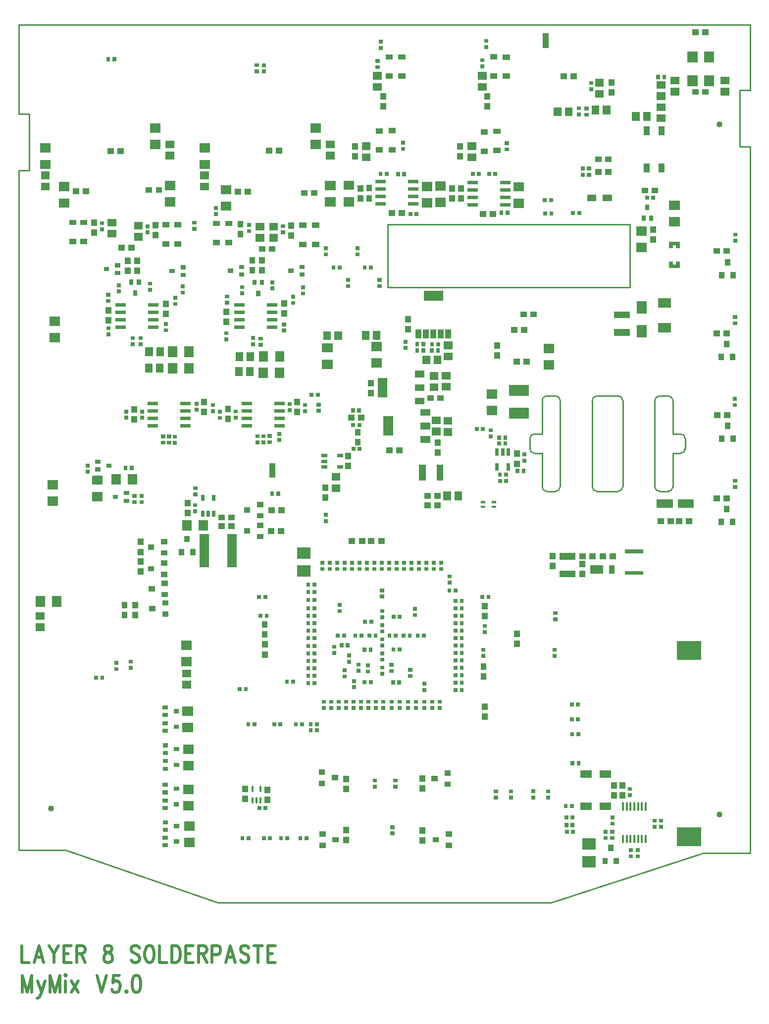
<source format=gbr>
*
*
G04 PADS Layout (Build Number 2006.45.1) generated Gerber (RS-274-X) file*
G04 PC Version=2.1*
*
%IN "MyMix V5.0_01.pcb"*%
*
%MOIN*%
*
%FSLAX35Y35*%
*
*
*
*
G04 PC Standard Apertures*
*
*
G04 Thermal Relief Aperture macro.*
%AMTER*
1,1,$1,0,0*
1,0,$1-$2,0,0*
21,0,$3,$4,0,0,45*
21,0,$3,$4,0,0,135*
%
*
*
G04 Annular Aperture macro.*
%AMANN*
1,1,$1,0,0*
1,0,$2,0,0*
%
*
*
G04 Odd Aperture macro.*
%AMODD*
1,1,$1,0,0*
1,0,$1-0.005,0,0*
%
*
*
G04 PC Custom Aperture Macros*
*
*
*
*
*
*
G04 PC Aperture Table*
*
%ADD010C,0.01*%
%ADD018R,0.04X0.04*%
%ADD019R,0.024X0.024*%
%ADD026R,0.076X0.076*%
%ADD028C,0.012*%
%ADD030C,0.02*%
%ADD037C,0.04*%
%ADD061R,0.036X0.036*%
%ADD070R,0.05X0.05*%
%ADD071R,0.046X0.046*%
%ADD087R,0.0748X0.0748*%
%ADD092R,0.045X0.045*%
%ADD095R,0.02362X0.02362*%
%ADD100R,0.05512X0.05512*%
%ADD112R,0.05118X0.05118*%
%ADD113R,0.03937X0.03937*%
%ADD114R,0.06299X0.06299*%
%ADD119R,0.0689X0.0689*%
%ADD135R,0.02756X0.02756*%
%ADD138R,0.06693X0.06693*%
%ADD153R,0.04528X0.04528*%
%ADD154R,0.065X0.065*%
%ADD159R,0.00394X0.00394*%
%ADD162R,0.12598X0.12598*%
%ADD175R,0.01575X0.01575*%
%ADD178R,0.03543X0.03543*%
%ADD179R,0.05787X0.05787*%
%ADD180R,0.02559X0.02559*%
%ADD185R,0.02512X0.02512*%
%ADD186R,0.06378X0.06378*%
*
*
*
*
G04 PC Copper Outlines (0)*
G04 Layer Name MyMix V5.0_01.pcb - dark (0)*
%LPD*%
*
*
G04 PC Area=_PSI_PAC_SOD-80_001_N162000000M*
G75*
G36*
G01*
X637427Y627123D02*
X644907D01*
Y631454D01*
X642151D01*
Y629486D01*
X640182D01*
Y631454D01*
X637427D01*
Y627123D01*
G37*
G74*
*
*
G04 PC Area=_PSI_PAC_SOD-80_000_N162000000M*
G75*
G36*
G01*
X644907Y644840D02*
X637427D01*
Y640509D01*
X640182D01*
Y642478D01*
X642151D01*
Y640509D01*
X644907D01*
Y644840D01*
G37*
G74*
*
*
G04 PC Copper Outlines (1)*
G04 Layer Name MyMix V5.0_01.pcb - dark (1)*
%LPD*%
*
*
G04 PC Area=Custom_Thermal*
*
G04 PC Custom Flashes*
G04 Layer Name MyMix V5.0_01.pcb - flashes*
%LPD*%
*
*
G04 PC Circuitry*
G04 Layer Name MyMix V5.0_01.pcb - circuitry*
%LPD*%
*
G54D10*
G01X200000Y790551D02*
X692126D01*
Y746600*
X685126*
Y708600*
X692126*
Y233465*
X684094*
X660630*
X558268Y200000*
X333860*
X231500Y235430*
X200000*
Y692600*
X207000*
Y730600*
X200000*
Y790551*
X448300Y614173D02*
X611200D01*
Y656500*
X448300*
Y614173*
X588891Y540912D02*
G75*
G03X585801Y537822I0J-3090D01*
G01X588891Y540912D02*
X603310D01*
X606423Y537799D02*
G03X603310Y540912I-3113J0D01*
G01X606423Y537799D02*
Y479945D01*
X603288Y476810D02*
G03X606423Y479945I0J3135D01*
G01X603288Y476810D02*
X588894D01*
X585801Y479903D02*
G03X588894Y476810I3093J0D01*
G01X585801Y479903D02*
Y537822D01*
X631050Y540912D02*
G03X627950Y537812I-0J-3100D01*
G01Y479901*
G03X631041Y476810I3091J0*
G01X637059*
G03X640159Y479910I-0J3100*
G01Y502360*
X645273*
G03X648373Y505460I-0J3100*
G01Y512262*
G03X645273Y515362I-3100J-0*
G01X640159*
Y537812*
G03X637059Y540912I-3100J0*
G01X631050*
X552065Y479910D02*
G03X555165Y476810I3100J-0D01*
G01X561174*
G03X564274Y479910I-0J3100*
G01Y537812*
G03X561174Y540912I-3100J-0*
G01X555165*
G03X552065Y537812I-0J-3100*
G01Y515362*
X546951*
G03X543851Y512262I-0J-3100*
G01Y505460*
G03X546951Y502360I3100J-0*
G01X552065*
Y479910*
G54D18*
X632484Y695433D02*
Y693433D01*
X622484Y695433D02*
Y693433D01*
Y720433D02*
Y718433D01*
X632484Y720433D02*
Y718433D01*
X488893Y581795D02*
Y583795D01*
X483893Y581795D02*
Y583795D01*
X478893Y581795D02*
Y583795D01*
X473893Y581795D02*
Y583795D01*
X468893Y581795D02*
Y583795D01*
G54D19*
X292500Y602059D02*
X287900D01*
X292500Y597059D02*
X287900D01*
X292500Y592059D02*
X287900D01*
X292500Y587059D02*
X287900D01*
X270500D02*
X265900D01*
X270500Y592059D02*
X265900D01*
X270500Y597059D02*
X265900D01*
X270500Y602059D02*
X265900D01*
X372700D02*
X368100D01*
X372700Y597059D02*
X368100D01*
X372700Y592059D02*
X368100D01*
X372700Y587059D02*
X368100D01*
X350700D02*
X346100D01*
X350700Y592059D02*
X346100D01*
X350700Y597059D02*
X346100D01*
X350700Y602059D02*
X346100D01*
X377500Y535859D02*
X372900D01*
X377500Y530859D02*
X372900D01*
X377500Y525859D02*
X372900D01*
X377500Y520859D02*
X372900D01*
X355500D02*
X350900D01*
X355500Y525859D02*
X350900D01*
X355500Y530859D02*
X350900D01*
X355500Y535859D02*
X350900D01*
X314400D02*
X309800D01*
X314400Y530859D02*
X309800D01*
X314400Y525859D02*
X309800D01*
X314400Y520859D02*
X309800D01*
X292400D02*
X287800D01*
X292400Y525859D02*
X287800D01*
X292400Y530859D02*
X287800D01*
X292400Y535859D02*
X287800D01*
X521740Y501867D02*
Y504467D01*
X525540Y501867D02*
Y504467D01*
X529340Y501867D02*
Y504467D01*
Y491867D02*
Y494467D01*
X521740Y491867D02*
Y494467D01*
X529500Y684459D02*
X524900D01*
X529500Y679459D02*
X524900D01*
X529500Y674459D02*
X524900D01*
X529500Y669459D02*
X524900D01*
X507500D02*
X502900D01*
X507500Y674459D02*
X502900D01*
X507500Y679459D02*
X502900D01*
X507500Y684459D02*
X502900D01*
X467700Y685171D02*
X463100D01*
X467700Y680171D02*
X463100D01*
X467700Y675171D02*
X463100D01*
X467700Y670171D02*
X463100D01*
X445700D02*
X441100D01*
X445700Y675171D02*
X441100D01*
X445700Y680171D02*
X441100D01*
X445700Y685171D02*
X441100D01*
G54D26*
X391032Y423134D02*
X392432D01*
X391032Y435134D02*
X392432D01*
X584240Y239490D02*
X582840D01*
X584240Y227490D02*
X582840D01*
G54D28*
X362400Y270259D02*
Y267459D01*
X359800Y270259D02*
Y267459D01*
X357200Y270259D02*
Y267459D01*
Y277859D02*
Y275059D01*
X362400Y277859D02*
Y275059D01*
X606500Y262359D02*
Y266959D01*
X609100Y262359D02*
Y266959D01*
X611600Y262359D02*
Y266959D01*
X614200Y262359D02*
Y266959D01*
X616800Y262359D02*
Y266959D01*
X619300Y262359D02*
Y266959D01*
X621900Y262359D02*
Y266959D01*
Y240559D02*
Y245159D01*
X619300Y240559D02*
Y245159D01*
X616800Y240559D02*
Y245159D01*
X614200Y240559D02*
Y245159D01*
X611600Y240559D02*
Y245159D01*
X609100Y240559D02*
Y245159D01*
X606500Y240559D02*
Y245159D01*
G54D30*
X202288Y151072D02*
Y139588D01*
Y151072D02*
X205470Y139588D01*
X208652Y151072D02*
X205470Y139588D01*
X208652Y151072D02*
Y139588D01*
X212629Y147244D02*
X215015Y139588D01*
X217402Y147244D02*
X215015Y139588D01*
X214220Y137400*
X214220D02*
X213424Y136307D01*
X212629Y135760*
X212231*
X220981Y151072D02*
Y139588D01*
Y151072D02*
X224163Y139588D01*
X227345Y151072D02*
X224163Y139588D01*
X227345Y151072D02*
Y139588D01*
X230924Y151072D02*
X231322Y150525D01*
X231322D02*
X231720Y151072D01*
X231322Y151619*
X230924Y151072*
X231322Y147244D02*
Y139588D01*
X235299Y147244D02*
X239674Y139588D01*
Y147244D02*
X235299Y139588D01*
X252402Y151072D02*
X255583Y139588D01*
X258765Y151072D02*
X255583Y139588D01*
X267515Y151072D02*
X263538D01*
X263140Y146150*
X263140D02*
X263538Y146697D01*
X264731Y147244*
X265924*
X267118Y146697*
X267913Y145604*
X268311Y143963*
X267913Y142869*
X267515Y141229*
X266720Y140135*
X265527Y139588*
X264333*
X263140Y140135*
X262743Y140682*
X262345Y141775*
X272288Y140682D02*
X271890Y140135D01*
X272288Y139588*
X272686Y140135*
X272288Y140682*
X278652Y151072D02*
X277458Y150525D01*
X277458D02*
X276663Y148885D01*
X276265Y146150*
X276265D02*
Y144510D01*
X276663Y141775*
X276663D02*
X277458Y140135D01*
X278652Y139588*
X279447*
X280640Y140135*
X281436Y141775*
X281436D02*
X281833Y144510D01*
Y146150*
X281833D02*
X281436Y148885D01*
X280640Y150525*
X280640D02*
X279447Y151072D01*
X278652*
X201899Y171136D02*
Y159652D01*
X206672*
X213433Y171136D02*
X210251Y159652D01*
X213433Y171136D02*
X216615Y159652D01*
X211444Y163480D02*
X215422D01*
X220194Y171136D02*
X223376Y165668D01*
Y159652*
X226558Y171136D02*
X223376Y165668D01*
X230138Y171136D02*
Y159652D01*
Y171136D02*
X235308D01*
X230138Y165668D02*
X233319D01*
X230138Y159652D02*
X235308D01*
X238888Y171136D02*
Y159652D01*
Y171136D02*
X242467D01*
X243660Y170589*
X243660D02*
X244058Y170043D01*
X244456Y168949*
Y167855*
X244058Y166761*
X243660Y166214*
X243660D02*
X242467Y165668D01*
X238888*
X241672D02*
X244456Y159652D01*
X259172Y171136D02*
X257979Y170589D01*
X257979D02*
X257581Y169496D01*
Y168402*
X257979Y167308*
X258774Y166761*
X260365Y166214*
X260365D02*
X261558Y165668D01*
X262354Y164574*
X262751Y163480*
Y161839*
X262751D02*
X262354Y160746D01*
X261956Y160199*
X260763Y159652*
X259172*
X257979Y160199*
X257581Y160746*
X257183Y161839*
X257183D02*
Y163480D01*
X257581Y164574*
X258376Y165668*
X259569Y166214*
X259569D02*
X261160Y166761D01*
X261956Y167308*
X262354Y168402*
Y169496*
X261956Y170589*
X261956D02*
X260763Y171136D01*
X259172*
X281047Y169496D02*
X280251Y170589D01*
X280251D02*
X279058Y171136D01*
X277467*
X276274Y170589*
X276274D02*
X275479Y169496D01*
Y168402*
X275876Y167308*
X276274Y166761*
X277069Y166214*
X277069D02*
X279456Y165121D01*
X280251Y164574*
X280649Y164027*
X281047Y162933*
Y161293*
X280251Y160199*
X279058Y159652*
X277467*
X276274Y160199*
X275479Y161293*
X287013Y171136D02*
X286217Y170589D01*
X286217D02*
X285422Y169496D01*
X285024Y168402*
X284626Y166761*
Y164027*
X285024Y162386*
X285422Y161293*
X286217Y160199*
X287013Y159652*
X288604*
X289399Y160199*
X290194Y161293*
X290592Y162386*
X290990Y164027*
Y166761*
X290592Y168402*
X290194Y169496*
X289399Y170589*
X289399D02*
X288604Y171136D01*
X287013*
X294569D02*
Y159652D01*
X299342*
X302922Y171136D02*
Y159652D01*
Y171136D02*
X305706D01*
X306899Y170589*
X306899D02*
X307694Y169496D01*
X308092Y168402*
X308490Y166761*
Y164027*
X308092Y162386*
X307694Y161293*
X306899Y160199*
X305706Y159652*
X302922*
X312069Y171136D02*
Y159652D01*
Y171136D02*
X317240D01*
X312069Y165668D02*
X315251D01*
X312069Y159652D02*
X317240D01*
X320819Y171136D02*
Y159652D01*
Y171136D02*
X324399D01*
X325592Y170589*
X325592D02*
X325990Y170043D01*
X326388Y168949*
Y167855*
X325990Y166761*
X325592Y166214*
X325592D02*
X324399Y165668D01*
X320819*
X323604D02*
X326388Y159652D01*
X329967Y171136D02*
Y159652D01*
Y171136D02*
X333547D01*
X334740Y170589*
X334740D02*
X335138Y170043D01*
X335535Y168949*
Y167308*
X335138Y166214*
X335138D02*
X334740Y165668D01*
X333547Y165121*
X329967*
X342297Y171136D02*
X339115Y159652D01*
X342297Y171136D02*
X345479Y159652D01*
X340308Y163480D02*
X344285D01*
X354626Y169496D02*
X353831Y170589D01*
X353831D02*
X352638Y171136D01*
X351047*
X349854Y170589*
X349854D02*
X349058Y169496D01*
Y168402*
X349456Y167308*
X349854Y166761*
X350649Y166214*
X350649D02*
X353035Y165121D01*
X353831Y164574*
X354229Y164027*
X354626Y162933*
Y161293*
X353831Y160199*
X352638Y159652*
X351047*
X349854Y160199*
X349058Y161293*
X360990Y171136D02*
Y159652D01*
X358206Y171136D02*
X363774D01*
X367354D02*
Y159652D01*
Y171136D02*
X372524D01*
X367354Y165668D02*
X370535D01*
X367354Y159652D02*
X372524D01*
G54D37*
X671604Y723784D03*
Y259404D03*
X221511Y263341D03*
G54D61*
X602104Y227726D02*
Y228326D01*
X594504Y227726D02*
Y228326D01*
X598304Y236526D02*
Y237126D01*
X316913Y435616D02*
Y436216D01*
X309313Y435616D02*
Y436216D01*
X313113Y444416D02*
Y445016D01*
X236800Y657709D02*
X235600D01*
X236800Y644809D02*
X235600D01*
X333500Y657009D02*
X332300D01*
X333500Y644109D02*
X332300D01*
X400300Y655809D02*
X399100D01*
X400300Y642909D02*
X399100D01*
X340600Y644109D02*
X341800D01*
X340600Y657009D02*
X341800D01*
X390400Y642909D02*
X391600D01*
X390400Y655809D02*
X391600D01*
X520179Y769161D02*
X518979D01*
X520179Y756261D02*
X518979D01*
X513700Y718509D02*
X512500D01*
X513700Y705609D02*
X512500D01*
X307500Y656109D02*
X306300D01*
X307500Y643209D02*
X306300D01*
X527379Y756061D02*
X528579D01*
X527379Y768961D02*
X528579D01*
X521100Y706109D02*
X522300D01*
X521100Y719009D02*
X522300D01*
X449733Y768987D02*
X448533D01*
X449733Y756087D02*
X448533D01*
X443100Y719309D02*
X441900D01*
X443100Y706409D02*
X441900D01*
X457133Y756087D02*
X458333D01*
X457133Y768987D02*
X458333D01*
X450500Y706609D02*
X451700D01*
X450500Y719509D02*
X451700D01*
X243000Y644809D02*
X244200D01*
X243000Y657709D02*
X244200D01*
X298300Y643209D02*
X299500D01*
X298300Y656109D02*
X299500D01*
X404000Y238559D02*
X404600D01*
X404000Y246159D02*
X404600D01*
X412800Y242359D02*
X413400D01*
X489600Y246159D02*
X489000D01*
X489600Y238559D02*
X489000D01*
X480800Y242359D02*
X480200D01*
X403500Y280259D02*
X404100D01*
X403500Y287859D02*
X404100D01*
X412300Y284059D02*
X412900D01*
X488800Y287259D02*
X488200D01*
X488800Y279659D02*
X488200D01*
X480000Y283459D02*
X479400D01*
X680229Y455788D02*
Y456388D01*
X672629Y455788D02*
Y456388D01*
X676429Y464588D02*
Y465188D01*
X680729Y511788D02*
Y512388D01*
X673129Y511788D02*
Y512388D01*
X676929Y520588D02*
Y521188D01*
X680229Y566788D02*
Y567388D01*
X672629Y566788D02*
Y567388D01*
X676429Y575588D02*
Y576188D01*
X680729Y621788D02*
Y622388D01*
X673129Y621788D02*
Y622388D01*
X676929Y630588D02*
Y631188D01*
X298800Y401659D02*
X298200D01*
X298800Y394059D02*
X298200D01*
X290000Y397859D02*
X289400D01*
X298400Y414959D02*
X297800D01*
X298400Y407359D02*
X297800D01*
X289600Y411159D02*
X289000D01*
X362629Y453945D02*
X362029D01*
X362629Y446345D02*
X362029D01*
X353829Y450145D02*
X353229D01*
X362629Y467945D02*
X362029D01*
X362629Y460345D02*
X362029D01*
X353829Y464145D02*
X353229D01*
X298000Y442959D02*
X297400D01*
X298000Y435359D02*
X297400D01*
X289200Y439159D02*
X288600D01*
X298000Y428459D02*
X297400D01*
X298000Y420859D02*
X297400D01*
X289200Y424659D02*
X288600D01*
G54D70*
X580350Y264859D02*
X582850D01*
X580350Y286459D02*
X582850D01*
X593350D02*
X595850D01*
X593350Y264859D02*
X595850D01*
G54D71*
X596900Y674200D02*
X595300D01*
X586300D02*
X584700D01*
G54D87*
X539409Y544730D02*
X533504D01*
X539409Y529376D02*
X533504D01*
G54D92*
X474479Y529821D02*
X472479D01*
X474479Y520721D02*
X472479D01*
X474479Y511621D02*
X472479D01*
X470592Y555669D02*
X468592D01*
X470592Y546569D02*
X468592D01*
X470592Y537469D02*
X468592D01*
G54D95*
X331056Y462517D02*
Y460745D01*
X327316Y462517D02*
Y460745D01*
X323576Y462517D02*
Y460745D01*
Y473147D02*
Y471375D01*
X331056Y473147D02*
Y471375D01*
X406371Y493219D02*
X404599D01*
X406371Y496959D02*
X404599D01*
X406371Y500699D02*
X404599D01*
X417001D02*
X415229D01*
X417001Y493219D02*
X415229D01*
G54D100*
X587392Y424203D02*
X590542D01*
G54D112*
X294740Y559265D02*
Y560053D01*
X287260Y559265D02*
Y560053D01*
X355440Y556865D02*
Y557653D01*
X347960Y556865D02*
Y557653D01*
X355740Y567065D02*
Y567853D01*
X348260Y567065D02*
Y567853D01*
X294940Y570265D02*
Y571053D01*
X287460Y570265D02*
Y571053D01*
X325233Y689295D02*
X324445D01*
X325233Y681815D02*
X324445D01*
X409932Y710169D02*
X409144D01*
X409932Y702689D02*
X409144D01*
X362494Y654799D02*
X361706D01*
X362494Y647319D02*
X361706D01*
X371694Y654799D02*
X370906D01*
X371694Y647319D02*
X370906D01*
X407384Y581926D02*
Y581138D01*
X414864Y581926D02*
Y581138D01*
X440734Y581307D02*
Y582095D01*
X433254Y581307D02*
Y582095D01*
X218094Y689295D02*
X217307D01*
X218094Y681815D02*
X217307D01*
X632661Y735287D02*
X631874D01*
X632661Y727807D02*
X631874D01*
X615160Y729353D02*
Y728565D01*
X622640Y729353D02*
Y728565D01*
X495652Y473343D02*
Y474131D01*
X488172Y473343D02*
Y474131D01*
X675471Y753215D02*
X674683D01*
X675471Y745735D02*
X674683D01*
X641971Y753215D02*
X641183D01*
X641971Y745735D02*
X641183D01*
X301974Y710169D02*
X301186D01*
X301974Y702689D02*
X301186D01*
X262794Y657599D02*
X262006D01*
X262794Y650119D02*
X262006D01*
X280694Y655499D02*
X279906D01*
X280694Y648019D02*
X279906D01*
X313347Y354141D02*
X312559D01*
X313347Y346660D02*
X312559D01*
X214663Y392829D02*
X213876D01*
X214663Y385349D02*
X213876D01*
X441612Y756388D02*
X440824D01*
X441612Y748908D02*
X440824D01*
X512217Y756297D02*
X511429D01*
X512217Y748816D02*
X511429D01*
X504433Y701525D02*
X505220D01*
X504433Y709005D02*
X505220D01*
X433230Y701547D02*
X434017D01*
X433230Y709027D02*
X434017D01*
X412978Y478937D02*
X413766D01*
X412978Y486417D02*
X413766D01*
X632661Y750160D02*
X631874D01*
X632661Y742680D02*
X631874D01*
X590269Y744185D02*
X591056D01*
X590269Y751665D02*
X591056D01*
X588060Y733853D02*
Y733065D01*
X595540Y733853D02*
Y733065D01*
X570024Y731812D02*
Y732600D01*
X562543Y731812D02*
Y732600D01*
X487986Y554609D02*
X487198D01*
X487986Y547129D02*
X487198D01*
X488315Y516705D02*
X489103D01*
X488315Y524185D02*
X489103D01*
X481273Y524461D02*
X480485D01*
X481273Y516981D02*
X480485D01*
X478898Y546929D02*
X479686D01*
X478898Y554409D02*
X479686D01*
X488360Y567489D02*
X489148D01*
X488360Y574969D02*
X489148D01*
X474178Y565596D02*
Y564808D01*
X481658Y565596D02*
Y564808D01*
G54D113*
X250500Y650716D02*
Y651109D01*
Y657409D02*
Y657802D01*
X291800Y656202D02*
Y655809D01*
Y649509D02*
Y649116D01*
X298800Y595916D02*
Y596309D01*
Y602609D02*
Y603002D01*
X260100Y591516D02*
Y591909D01*
Y598209D02*
Y598602D01*
X349000Y649616D02*
Y650009D01*
Y656309D02*
Y656702D01*
X383200Y655802D02*
Y655409D01*
Y649109D02*
Y648716D01*
X378500Y596316D02*
Y596709D01*
Y603009D02*
Y603402D01*
X339500Y590616D02*
Y591009D01*
Y597309D02*
Y597702D01*
X245064Y678640D02*
X244671D01*
X238371D02*
X237978D01*
X387200Y529916D02*
Y530309D01*
Y536609D02*
Y537002D01*
X294366Y679537D02*
X293972D01*
X287673D02*
X287280D01*
X340700Y525316D02*
Y525709D01*
Y532009D02*
Y532402D01*
X277500Y525016D02*
Y525409D01*
Y531709D02*
Y532102D01*
X324400Y530116D02*
Y530509D01*
Y536809D02*
Y537202D01*
X497500Y673616D02*
Y674009D01*
Y680309D02*
Y680702D01*
X435700Y673816D02*
Y674209D01*
Y680509D02*
Y680902D01*
X354222Y678425D02*
X353828D01*
X347529D02*
X347135D01*
X398934Y677525D02*
X398541D01*
X392241D02*
X391848D01*
X352300Y269616D02*
Y270009D01*
Y276309D02*
Y276702D01*
X474869Y467237D02*
X475262D01*
X481562D02*
X481955D01*
X436925Y542516D02*
Y542909D01*
Y549209D02*
Y549602D01*
X481879Y502778D02*
Y503171D01*
Y509471D02*
Y509864D01*
X513429Y332131D02*
Y331738D01*
Y325438D02*
Y325045D01*
Y392545D02*
Y392938D01*
Y399238D02*
Y399631D01*
X596853Y700197D02*
X596460D01*
X590160D02*
X589767D01*
X597024Y691713D02*
X596630D01*
X590331D02*
X589937D01*
X336200Y453426D02*
X336593D01*
X342893D02*
X343286D01*
X336200Y459162D02*
X336593D01*
X342893D02*
X343286D01*
X268568Y705672D02*
X268175D01*
X261875D02*
X261482D01*
X375108Y706067D02*
X374714D01*
X368415D02*
X368021D01*
X367300Y276202D02*
Y275809D01*
Y269509D02*
Y269116D01*
X515202Y735627D02*
Y736021D01*
Y742320D02*
Y742714D01*
X275743Y640659D02*
X275350D01*
X269050D02*
X268657D01*
X496727Y709208D02*
Y708815D01*
Y702515D02*
Y702122D01*
X445287Y735726D02*
Y736119D01*
Y742419D02*
Y742812D01*
X426123Y709030D02*
Y708636D01*
Y702337D02*
Y701944D01*
X370543Y639859D02*
X370150D01*
X363850D02*
X363457D01*
X483796Y539501D02*
X483403D01*
X477103D02*
X476710D01*
X449160Y504477D02*
X449553D01*
X455853D02*
X456246D01*
X512692Y352015D02*
Y352408D01*
Y358708D02*
Y359101D01*
X535235Y373824D02*
Y374217D01*
Y380516D02*
Y380910D01*
X662356Y785767D02*
X661963D01*
X655663D02*
X655270D01*
X662356Y745507D02*
X661963D01*
X655663D02*
X655270D01*
X313386Y469123D02*
Y468730D01*
Y462430D02*
Y462037D01*
X491500Y673616D02*
Y674009D01*
Y680309D02*
Y680702D01*
X429900Y673616D02*
Y674009D01*
Y680309D02*
Y680702D01*
X676472Y582988D02*
X676079D01*
X669779D02*
X669386D01*
X676472Y638488D02*
X676079D01*
X669779D02*
X669386D01*
X281900Y435816D02*
Y436209D01*
Y442509D02*
Y442902D01*
X566505Y756021D02*
X566899D01*
X573198D02*
X573592D01*
X598853Y744948D02*
Y745341D01*
Y751640D02*
Y752034D01*
X278249Y393252D02*
Y393645D01*
Y399945D02*
Y400338D01*
X270977D02*
Y399945D01*
Y393645D02*
Y393252D01*
X376972Y464145D02*
X376579D01*
X370279D02*
X369886D01*
X420300Y242016D02*
Y242409D01*
Y248709D02*
Y249102D01*
X471400Y241716D02*
Y242109D01*
Y248409D02*
Y248802D01*
X420300Y283502D02*
Y283109D01*
Y276809D02*
Y276416D01*
X471400Y283802D02*
Y283409D01*
Y277109D02*
Y276716D01*
X676472Y471988D02*
X676079D01*
X669779D02*
X669386D01*
X676972Y527988D02*
X676579D01*
X670279D02*
X669886D01*
X481955Y473737D02*
X481562D01*
X475262D02*
X474869D01*
X430443Y526259D02*
X430050D01*
X423750D02*
X423357D01*
X370633Y493815D02*
Y492634D01*
Y489090D02*
Y487909D01*
X535045Y502220D02*
Y501826D01*
Y495527D02*
Y495133D01*
X423957Y443459D02*
X424350D01*
X430650D02*
X431043D01*
X436957D02*
X437350D01*
X443650D02*
X444043D01*
X428000Y516802D02*
Y516409D01*
Y510109D02*
Y509716D01*
X406285Y472291D02*
Y472684D01*
Y478984D02*
Y479377D01*
X519143Y663459D02*
X518750D01*
X512450D02*
X512057D01*
X457943Y664061D02*
X457550D01*
X451250D02*
X450857D01*
X365323Y380314D02*
Y380707D01*
Y387007D02*
Y387400D01*
X365523Y366814D02*
Y367207D01*
Y373507D02*
Y373900D01*
X421500Y500830D02*
Y500436D01*
Y494137D02*
Y493744D01*
X651331Y456588D02*
X650938D01*
X644638D02*
X644245D01*
X621083Y679182D02*
X621476D01*
X627776D02*
X628169D01*
X579288Y428031D02*
Y427638D01*
Y421338D02*
Y420945D01*
X626808Y653076D02*
Y652683D01*
Y646383D02*
Y645990D01*
X599831Y433088D02*
X599438D01*
X593138D02*
X592745D01*
X546666Y595881D02*
X546273D01*
X539973D02*
X539580D01*
X638831Y456588D02*
X638438D01*
X632138D02*
X631745D01*
X586331Y433088D02*
X585938D01*
X579638D02*
X579245D01*
X534904Y564113D02*
X535297D01*
X541597D02*
X541990D01*
X559088Y433531D02*
Y433138D01*
Y426838D02*
Y426445D01*
X521893Y575172D02*
Y574779D01*
Y568479D02*
Y568086D01*
X540094Y585390D02*
X539701D01*
X533401D02*
X533008D01*
X357000Y632402D02*
Y632009D01*
Y625709D02*
Y625316D01*
X273300Y632202D02*
Y631809D01*
Y625509D02*
Y625116D01*
X363600Y625316D02*
Y625709D01*
Y632009D02*
Y632402D01*
X279600Y625116D02*
Y625509D01*
Y631809D02*
Y632202D01*
X461881Y592826D02*
Y592433D01*
Y586133D02*
Y585740D01*
X600394Y279134D02*
Y278740D01*
Y272441D02*
Y272047D01*
X606299Y279134D02*
Y278740D01*
Y272441D02*
Y272047D01*
X554447Y777029D02*
Y778210D01*
Y781754D02*
Y782935D01*
X281900Y422516D02*
Y422909D01*
Y429209D02*
Y429602D01*
X376472Y450145D02*
X376079D01*
X369779D02*
X369386D01*
G54D114*
X323951Y453578D02*
Y454366D01*
X312927Y453578D02*
Y454366D01*
X218094Y707715D02*
X217307D01*
X218094Y696692D02*
X217307D01*
X292168Y721081D02*
X291381D01*
X292168Y710058D02*
X291381D01*
X325466Y707715D02*
X324678D01*
X325466Y696691D02*
X324678D01*
X400004Y721082D02*
X399216D01*
X400004Y710058D02*
X399216D01*
X536794Y681671D02*
X536006D01*
X536794Y670647D02*
X536006D01*
X483994Y682171D02*
X483206D01*
X483994Y671147D02*
X483206D01*
X474994Y681971D02*
X474206D01*
X474994Y670947D02*
X474206D01*
X422394Y682671D02*
X421606D01*
X422394Y671647D02*
X421606D01*
X265288Y485253D02*
Y484465D01*
X276312Y485253D02*
Y484465D01*
X229857Y670696D02*
X230644D01*
X229857Y681719D02*
X230644D01*
X301974Y682615D02*
X301186D01*
X301974Y671592D02*
X301186D01*
X338883Y668671D02*
X339671D01*
X338883Y679694D02*
X339671D01*
X409932Y682616D02*
X409144D01*
X409932Y671592D02*
X409144D01*
X252254Y473315D02*
X253041D01*
X252254Y484339D02*
X253041D01*
X343259Y428694D02*
Y444836D01*
X324755Y428694D02*
Y444836D01*
X314212Y559165D02*
Y559953D01*
X303188Y559165D02*
Y559953D01*
X314312Y570265D02*
Y571053D01*
X303288Y570265D02*
Y571053D01*
X375412Y556165D02*
Y556953D01*
X364388Y556165D02*
Y556953D01*
X375510Y567049D02*
Y567837D01*
X364486Y567049D02*
Y567837D01*
X407112Y562312D02*
X407900D01*
X407112Y573336D02*
X407900D01*
X440317Y563114D02*
X441105D01*
X440317Y574138D02*
X441105D01*
X313182Y373100D02*
X312394D01*
X313182Y362076D02*
X312394D01*
X225212Y402265D02*
Y403053D01*
X214188Y402265D02*
Y403053D01*
X314301Y303202D02*
X313514D01*
X314301Y292178D02*
X313514D01*
X313929Y328869D02*
X313142D01*
X313929Y317845D02*
X313142D01*
X315064Y251551D02*
X314276D01*
X315064Y240528D02*
X314276D01*
X314489Y276256D02*
X313701D01*
X314489Y265233D02*
X313701D01*
X641560Y669142D02*
X640773D01*
X641560Y658118D02*
X640773D01*
X518613Y542275D02*
X517826D01*
X518613Y531251D02*
X517826D01*
X556254Y561841D02*
X557042D01*
X556254Y572864D02*
X557042D01*
X619433Y651885D02*
X618645D01*
X619433Y640862D02*
X618645D01*
X224294Y591271D02*
X223506D01*
X224294Y580247D02*
X223506D01*
X222994Y481071D02*
X222206D01*
X222994Y470047D02*
X222206D01*
G54D119*
X664496Y752960D02*
Y753157D01*
X653276Y752960D02*
Y753157D01*
Y768905D02*
Y769102D01*
X664496Y768905D02*
Y769102D01*
G54D135*
X298127Y300723D02*
X298915D01*
X298127Y305841D02*
X298915D01*
X305608Y303282D02*
X306395D01*
X298106Y248917D02*
X298893D01*
X298106Y254035D02*
X298893D01*
X305586Y251476D02*
X306374D01*
X298039Y238626D02*
X298827D01*
X298039Y243744D02*
X298827D01*
X305519Y241185D02*
X306307D01*
X298127Y290113D02*
X298915D01*
X298127Y295231D02*
X298915D01*
X305608Y292672D02*
X306395D01*
X298031Y274207D02*
X298818D01*
X298031Y279325D02*
X298818D01*
X305511Y276766D02*
X306299D01*
X297955Y326287D02*
X298743D01*
X297955Y331405D02*
X298743D01*
X305436Y328846D02*
X306223D01*
X297964Y263657D02*
X298752D01*
X297964Y268776D02*
X298752D01*
X305444Y266216D02*
X306232D01*
X297955Y315678D02*
X298743D01*
X297955Y320796D02*
X298743D01*
X305436Y318237D02*
X306223D01*
X272667Y475586D02*
X271879D01*
X272667Y470468D02*
X271879D01*
X265186Y473027D02*
X264399D01*
X625516Y660047D02*
Y660834D01*
X620398Y660047D02*
Y660834D01*
X622957Y667527D02*
Y668314D01*
X310934Y627518D02*
X310146D01*
X310934Y622400D02*
X310146D01*
X303454Y624959D02*
X302666D01*
X252666Y491500D02*
X253454D01*
X252666Y496618D02*
X253454D01*
X260146Y494059D02*
X260934D01*
X350234Y627718D02*
X349446D01*
X350234Y622600D02*
X349446D01*
X342754Y625159D02*
X341966D01*
X358441Y617693D02*
Y616905D01*
X363559Y617693D02*
Y616905D01*
X361000Y610213D02*
Y609425D01*
X390934Y627718D02*
X390146D01*
X390934Y622600D02*
X390146D01*
X383454Y625159D02*
X382666D01*
X266734Y628818D02*
X265946D01*
X266734Y623700D02*
X265946D01*
X259254Y626259D02*
X258466D01*
X275541Y617993D02*
Y617205D01*
X280659Y617993D02*
Y617205D01*
X278100Y610513D02*
Y609725D01*
G54D138*
X619100Y583801D02*
Y585376D01*
Y599746D02*
Y601320D01*
G54D153*
X471506Y492388D02*
Y486286D01*
X483318Y492388D02*
Y486286D01*
X608751Y595465D02*
X602649D01*
X608751Y583653D02*
X602649D01*
X572339Y432994D02*
X566237D01*
X572339Y421182D02*
X566237D01*
G54D154*
X448479Y523971D02*
Y517471D01*
X444592Y549819D02*
Y543319D01*
X482143Y608295D02*
X475643D01*
G54D159*
X644710Y642674D02*
X637623D01*
X644710Y629289D02*
X637623D01*
G54D162*
X649031Y244402D02*
X652969D01*
X649031Y369598D02*
X652969D01*
G54D175*
X520338Y469503D02*
X518961D01*
X520338Y466353D02*
X518961D01*
X513055D02*
X511677D01*
X513055Y469503D02*
X511677D01*
G54D178*
X599006Y425187D02*
Y423219D01*
G54D179*
X632182Y468588D02*
X637300D01*
X646276D02*
X651394D01*
G54D180*
X444331Y354021D02*
X444527D01*
X444331Y358155D02*
X444527D01*
X444278Y405989D02*
X444474D01*
X444278Y410123D02*
X444474D01*
X418726Y379490D02*
Y379686D01*
X414592Y379490D02*
Y379686D01*
X398855Y352490D02*
Y352686D01*
X394721Y352490D02*
Y352686D01*
X479190Y424521D02*
X479386D01*
X479190Y428655D02*
X479386D01*
X454190Y424521D02*
X454386D01*
X454190Y428655D02*
X454386D01*
X419190Y424521D02*
X419386D01*
X419190Y428655D02*
X419386D01*
X421196Y373090D02*
Y373286D01*
X417062Y373090D02*
Y373286D01*
X412260Y372153D02*
X412064D01*
X412260Y368019D02*
X412064D01*
X415386Y335155D02*
X415190D01*
X415386Y331021D02*
X415190D01*
X493909Y363051D02*
Y362854D01*
X498043Y363051D02*
Y362854D01*
X464190Y424521D02*
X464386D01*
X464190Y428655D02*
X464386D01*
X493909Y383051D02*
Y382854D01*
X498043Y383051D02*
Y382854D01*
X425614Y349119D02*
X425418D01*
X425614Y344985D02*
X425418D01*
X472927Y347255D02*
X472731D01*
X472927Y343121D02*
X472731D01*
X468362Y379686D02*
Y379490D01*
X472496Y379686D02*
Y379490D01*
X463222Y352567D02*
X463418D01*
X463222Y356701D02*
X463418D01*
X414190Y424521D02*
X414386D01*
X414190Y428655D02*
X414386D01*
X439190Y424521D02*
X439386D01*
X439190Y428655D02*
X439386D01*
X493909Y403051D02*
Y402854D01*
X498043Y403051D02*
Y402854D01*
X410386Y335155D02*
X410190D01*
X410386Y331021D02*
X410190D01*
X398855Y387990D02*
Y388186D01*
X394721Y387990D02*
Y388186D01*
X415827Y400355D02*
X415631D01*
X415827Y396221D02*
X415631D01*
X451785Y348310D02*
Y348114D01*
X455919Y348310D02*
Y348114D01*
X466527Y397655D02*
X466331D01*
X466527Y393521D02*
X466331D01*
X467386Y335155D02*
X467190D01*
X467386Y331021D02*
X467190D01*
X493909Y353051D02*
Y352854D01*
X498043Y353051D02*
Y352854D01*
X449190Y424521D02*
X449386D01*
X449190Y428655D02*
X449386D01*
X429190Y424521D02*
X429386D01*
X429190Y428655D02*
X429386D01*
X489721Y410113D02*
Y409917D01*
X493855Y410113D02*
Y409917D01*
X493909Y373051D02*
Y372854D01*
X498043Y373051D02*
Y372854D01*
X430386Y335155D02*
X430190D01*
X430386Y331021D02*
X430190D01*
X445386Y335155D02*
X445190D01*
X445386Y331021D02*
X445190D01*
X444527Y386655D02*
X444331D01*
X444527Y382521D02*
X444331D01*
X428627Y360155D02*
X428431D01*
X428627Y356021D02*
X428431D01*
X449362Y379686D02*
Y379490D01*
X453496Y379686D02*
Y379490D01*
X444331Y373021D02*
X444527D01*
X444331Y377155D02*
X444527D01*
X450727Y359955D02*
X450531D01*
X450727Y355821D02*
X450531D01*
X365744Y405468D02*
Y405664D01*
X361610Y405468D02*
Y405664D01*
X398855Y397990D02*
Y398186D01*
X394721Y397990D02*
Y398186D01*
X419199Y356339D02*
X419003D01*
X419199Y352205D02*
X419003D01*
X435386Y335155D02*
X435190D01*
X435386Y331021D02*
X435190D01*
X493909Y393051D02*
Y392854D01*
X498043Y393051D02*
Y392854D01*
X493909Y368051D02*
Y367854D01*
X498043Y368051D02*
Y367854D01*
X398855Y413990D02*
Y414186D01*
X394721Y413990D02*
Y414186D01*
X493909Y343051D02*
Y342854D01*
X498043Y343051D02*
Y342854D01*
X359908Y759385D02*
X360105D01*
X359908Y763518D02*
X360105D01*
X318478Y463377D02*
X318674D01*
X318478Y467511D02*
X318674D01*
X558367Y663661D02*
Y663857D01*
X554233Y663661D02*
Y663857D01*
X681784Y534812D02*
X681980D01*
X681784Y538946D02*
X681980D01*
X681868Y589848D02*
X682064D01*
X681868Y593982D02*
X682064D01*
X682024Y645382D02*
X682220D01*
X682024Y649516D02*
X682220D01*
X394721Y409186D02*
Y408990D01*
X398855Y409186D02*
Y408990D01*
X394721Y367686D02*
Y367490D01*
X398855Y367686D02*
Y367490D01*
X380426Y243319D02*
Y243515D01*
X376292Y243319D02*
Y243515D01*
X358426Y319819D02*
Y320015D01*
X354292Y319819D02*
Y320015D01*
X599450Y247652D02*
X599254D01*
X599450Y243518D02*
X599254D01*
X508089Y518718D02*
Y518521D01*
X512223Y518718D02*
Y518521D01*
X393426Y243319D02*
Y243515D01*
X389292Y243319D02*
Y243515D01*
X277548Y469492D02*
X277744D01*
X277548Y473626D02*
X277744D01*
X246102Y489992D02*
X246298D01*
X246102Y494126D02*
X246298D01*
X282291Y469492D02*
X282488D01*
X282291Y473626D02*
X282488D01*
X297098Y513626D02*
X296902D01*
X297098Y509492D02*
X296902D01*
X300902D02*
X301098D01*
X300902Y513626D02*
X301098D01*
X360498Y513826D02*
X360302D01*
X360498Y509692D02*
X360302D01*
X364502D02*
X364698D01*
X364502Y513826D02*
X364698D01*
X511921Y766888D02*
X511724D01*
X511921Y762755D02*
X511724D01*
X528202Y706892D02*
X528398D01*
X528202Y711026D02*
X528398D01*
X441461Y766349D02*
X441264D01*
X441461Y762215D02*
X441264D01*
X458502Y707192D02*
X458698D01*
X458502Y711326D02*
X458698D01*
X539659Y490431D02*
Y490628D01*
X535525Y490431D02*
Y490628D01*
X572110Y333393D02*
Y333197D01*
X576244Y333393D02*
Y333197D01*
X568433Y257457D02*
Y257261D01*
X572567Y257457D02*
Y257261D01*
X568033Y265157D02*
Y264961D01*
X572167Y265157D02*
Y264961D01*
X572367Y313492D02*
Y313296D01*
X576501Y313492D02*
Y313296D01*
X572110Y323475D02*
Y323279D01*
X576244Y323475D02*
Y323279D01*
X568433Y252257D02*
Y252061D01*
X572567Y252257D02*
Y252061D01*
X568733Y247757D02*
Y247561D01*
X572867Y247757D02*
Y247561D01*
X350292Y243515D02*
Y243319D01*
X354426Y243515D02*
Y243319D01*
X469386Y428655D02*
X469190D01*
X469386Y424521D02*
X469190D01*
X400426Y319819D02*
Y320015D01*
X396292Y319819D02*
Y320015D01*
X627928Y255195D02*
X627732D01*
X627928Y251061D02*
X627732D01*
X453221Y278035D02*
X453418D01*
X453221Y282169D02*
X453418D01*
X439366Y278035D02*
X439563D01*
X439366Y282169D02*
X439563D01*
X451391Y250773D02*
X451194D01*
X451391Y246640D02*
X451194D01*
X681942Y479740D02*
X682138D01*
X681942Y483874D02*
X682138D01*
X271633Y492657D02*
Y492461D01*
X275767Y492657D02*
Y492461D01*
X365867Y263561D02*
Y263757D01*
X361733Y263561D02*
Y263757D01*
X396292Y316015D02*
Y315819D01*
X400426Y316015D02*
Y315819D01*
X370362Y475244D02*
Y475047D01*
X374496Y475244D02*
Y475047D01*
X318614Y474712D02*
X318810D01*
X318614Y478846D02*
X318810D01*
X498043Y357854D02*
Y358051D01*
X493909Y357854D02*
Y358051D01*
X420190Y331021D02*
X420386D01*
X420190Y335155D02*
X420386D01*
X459386Y428655D02*
X459190D01*
X459386Y424521D02*
X459190D01*
X398855Y347490D02*
Y347686D01*
X394721Y347490D02*
Y347686D01*
X527946Y483641D02*
Y483838D01*
X523813Y483641D02*
Y483838D01*
X515996Y405490D02*
Y405686D01*
X511862Y405490D02*
Y405686D01*
X513527Y386155D02*
X513331D01*
X513527Y382021D02*
X513331D01*
X561057Y394811D02*
X560861D01*
X561057Y390677D02*
X560861D01*
X357402Y575792D02*
X357598D01*
X357402Y579926D02*
X357598D01*
X401067Y541661D02*
Y541857D01*
X396933Y541661D02*
Y541857D01*
X371792Y320015D02*
Y319819D01*
X375926Y320015D02*
Y319819D01*
X386292Y320015D02*
Y319819D01*
X390426Y320015D02*
Y319819D01*
X425133Y505557D02*
Y505361D01*
X429267Y505557D02*
Y505361D01*
X429067Y521261D02*
Y521457D01*
X424933Y521261D02*
Y521457D01*
X401546Y530940D02*
X401742D01*
X401546Y535074D02*
X401742D01*
X304802Y509392D02*
X304998D01*
X304802Y513526D02*
X304998D01*
X368602Y509892D02*
X368798D01*
X368602Y514026D02*
X368798D01*
X428867Y531061D02*
Y531257D01*
X424733Y531061D02*
Y531257D01*
X375219Y515406D02*
X375023D01*
X375219Y511273D02*
X375023D01*
X427898Y640326D02*
X427702D01*
X427898Y636192D02*
X427702D01*
X442798Y619026D02*
X442602D01*
X442798Y614892D02*
X442602D01*
X421598Y619026D02*
X421402D01*
X421598Y614892D02*
X421402D01*
X406498Y640326D02*
X406302D01*
X406498Y636192D02*
X406302D01*
X436767Y627161D02*
Y627357D01*
X432633Y627161D02*
Y627357D01*
X415767Y627161D02*
Y627357D01*
X411633Y627161D02*
Y627357D01*
X509567Y690361D02*
Y690557D01*
X505433Y690361D02*
Y690557D01*
X528767Y664061D02*
Y664257D01*
X524633Y664061D02*
Y664257D01*
X520567Y690261D02*
Y690457D01*
X516433Y690261D02*
Y690457D01*
X447467Y690161D02*
Y690357D01*
X443333Y690161D02*
Y690357D01*
X463433Y663374D02*
Y663177D01*
X467567Y663374D02*
Y663177D01*
X459267Y690061D02*
Y690257D01*
X455133Y690061D02*
Y690257D01*
X281802Y575692D02*
X281998D01*
X281802Y579826D02*
X281998D01*
X512527Y370155D02*
X512331D01*
X512527Y366021D02*
X512331D01*
X275190Y358021D02*
X275386D01*
X275190Y362155D02*
X275386D01*
X251843Y351413D02*
Y351216D01*
X255976Y351413D02*
Y351216D01*
X265404Y357237D02*
X265601D01*
X265404Y361371D02*
X265601D01*
X560331Y366021D02*
X560527D01*
X560331Y370155D02*
X560527D01*
X364792Y243515D02*
Y243319D01*
X368926Y243515D02*
Y243319D01*
X594908Y247652D02*
X594712D01*
X594908Y243518D02*
X594712D01*
X577067Y664015D02*
Y664211D01*
X572933Y664015D02*
Y664211D01*
X579698Y693926D02*
X579502D01*
X579698Y689792D02*
X579502D01*
X583798Y693926D02*
X583602D01*
X583798Y689792D02*
X583602D01*
X572584Y293987D02*
Y293791D01*
X576718Y293987D02*
Y293791D01*
X556298Y274826D02*
X556102D01*
X556298Y270692D02*
X556102D01*
X531198Y274826D02*
X531002D01*
X531198Y270692D02*
X531002D01*
X517513Y517857D02*
X517316D01*
X517513Y513723D02*
X517316D01*
X540236Y501592D02*
X540040D01*
X540236Y497459D02*
X540040D01*
X474386Y428655D02*
X474190D01*
X474386Y424521D02*
X474190D01*
X430496Y379490D02*
Y379686D01*
X426362Y379490D02*
Y379686D01*
X404190Y424521D02*
X404386D01*
X404190Y428655D02*
X404386D01*
X439996Y379490D02*
Y379686D01*
X435862Y379490D02*
Y379686D01*
X444527Y367655D02*
X444331D01*
X444527Y363521D02*
X444331D01*
X398855Y382990D02*
Y383186D01*
X394721Y382990D02*
Y383186D01*
X398855Y377990D02*
Y378186D01*
X394721Y377990D02*
Y378186D01*
X458862Y379686D02*
Y379490D01*
X462996Y379686D02*
Y379490D01*
X444331Y392021D02*
X444527D01*
X444331Y396155D02*
X444527D01*
X472886Y335155D02*
X472690D01*
X472886Y331021D02*
X472690D01*
X434927Y359642D02*
X434731D01*
X434927Y355508D02*
X434731D01*
X409190Y424521D02*
X409386D01*
X409190Y428655D02*
X409386D01*
X440386Y335155D02*
X440190D01*
X440386Y331021D02*
X440190D01*
X546198Y274926D02*
X546002D01*
X546198Y270792D02*
X546002D01*
X398855Y372490D02*
Y372686D01*
X394721Y372490D02*
Y372686D01*
X422129Y362127D02*
X422325D01*
X422129Y366261D02*
X422325D01*
X576815Y734560D02*
X576618D01*
X576815Y730427D02*
X576618D01*
X585302Y751499D02*
X585105D01*
X585302Y747365D02*
X585105D01*
X630201Y755648D02*
Y755451D01*
X634335Y755648D02*
Y755451D01*
X582115Y734360D02*
X581918D01*
X582115Y730227D02*
X581918D01*
X450886Y335155D02*
X450690D01*
X450886Y331021D02*
X450690D01*
X478386Y335155D02*
X478190D01*
X478386Y331021D02*
X478190D01*
X366633Y392890D02*
Y393086D01*
X362499Y392890D02*
Y393086D01*
X493909Y348051D02*
Y347854D01*
X498043Y348051D02*
Y347854D01*
X380363Y348844D02*
Y348648D01*
X384497Y348844D02*
Y348648D01*
X461886Y335155D02*
X461690D01*
X461886Y331021D02*
X461690D01*
X493909Y398051D02*
Y397854D01*
X498043Y398051D02*
Y397854D01*
X354702Y651892D02*
X354898D01*
X354702Y656026D02*
X354898D01*
X377798Y655226D02*
X377602D01*
X377798Y651092D02*
X377602D01*
X255702Y653092D02*
X255898D01*
X255702Y657226D02*
X255898D01*
X286598Y655126D02*
X286402D01*
X286598Y650992D02*
X286402D01*
X335198Y530326D02*
X335002D01*
X335198Y526192D02*
X335002D01*
X392498Y534826D02*
X392302D01*
X392498Y530692D02*
X392302D01*
X272198Y530426D02*
X272002D01*
X272198Y526292D02*
X272002D01*
X330698Y534826D02*
X330502D01*
X330698Y530692D02*
X330502D01*
X398855Y403490D02*
Y403686D01*
X394721Y403490D02*
Y403686D01*
X398855Y392990D02*
Y393186D01*
X394721Y392990D02*
Y393186D01*
X493909Y388051D02*
Y387854D01*
X498043Y388051D02*
Y387854D01*
X523642Y488082D02*
Y487885D01*
X527776Y488082D02*
Y487885D01*
X260102Y582392D02*
X260298D01*
X260102Y586525D02*
X260298D01*
X298702Y585192D02*
X298898D01*
X298702Y589326D02*
X298898D01*
X339302Y579092D02*
X339498D01*
X339302Y583226D02*
X339498D01*
X378202Y584992D02*
X378398D01*
X378202Y589126D02*
X378398D01*
X362602Y575392D02*
X362798D01*
X362602Y579526D02*
X362798D01*
X276402Y575692D02*
X276598D01*
X276402Y579826D02*
X276598D01*
X345802Y526392D02*
X345998D01*
X345802Y530526D02*
X345998D01*
X382102Y531392D02*
X382298D01*
X382102Y535526D02*
X382298D01*
X282702Y526292D02*
X282898D01*
X282702Y530426D02*
X282898D01*
X319302Y531592D02*
X319498D01*
X319302Y535726D02*
X319498D01*
X391198Y614026D02*
X391002D01*
X391198Y609892D02*
X391002D01*
X310198Y614626D02*
X310002D01*
X310198Y610492D02*
X310002D01*
X370687Y617375D02*
X370490D01*
X370687Y613241D02*
X370490D01*
X288226Y616555D02*
X288029D01*
X288226Y612421D02*
X288029D01*
X267198Y615426D02*
X267002D01*
X267198Y611292D02*
X267002D01*
X350298Y614226D02*
X350102D01*
X350298Y610092D02*
X350102D01*
X332550Y667442D02*
X332354D01*
X332550Y663308D02*
X332354D01*
X317945Y653388D02*
X318141D01*
X317945Y657522D02*
X318141D01*
X398855Y357490D02*
Y357686D01*
X394721Y357490D02*
Y357686D01*
X493909Y378051D02*
Y377854D01*
X498043Y378051D02*
Y377854D01*
X456144Y370159D02*
Y370355D01*
X452010Y370159D02*
Y370355D01*
X425386Y335155D02*
X425190D01*
X425386Y331021D02*
X425190D01*
X424190Y424521D02*
X424386D01*
X424190Y428655D02*
X424386D01*
X484190Y424521D02*
X484386D01*
X484190Y428655D02*
X484386D01*
X444190Y424521D02*
X444386D01*
X444190Y428655D02*
X444386D01*
X436693Y370076D02*
Y370272D01*
X432559Y370076D02*
Y370272D01*
X452094Y392344D02*
Y392148D01*
X456228Y392344D02*
Y392148D01*
X432923Y389222D02*
Y389026D01*
X437057Y389222D02*
Y389026D01*
X434190Y424521D02*
X434386D01*
X434190Y428655D02*
X434386D01*
X521098Y274826D02*
X520902D01*
X521098Y270692D02*
X520902D01*
X483386Y335155D02*
X483190D01*
X483386Y331021D02*
X483190D01*
X436736Y348211D02*
Y348407D01*
X432602Y348211D02*
Y348407D01*
X405386Y335155D02*
X405190D01*
X405386Y331021D02*
X405190D01*
X456386Y335155D02*
X456190D01*
X456386Y331021D02*
X456190D01*
X398855Y362490D02*
Y362686D01*
X394721Y362490D02*
Y362686D01*
X489837Y419569D02*
X489641D01*
X489837Y415435D02*
X489641D01*
X527309Y512710D02*
Y512907D01*
X523176Y512710D02*
Y512907D01*
X527309Y508806D02*
Y509003D01*
X523176Y508806D02*
Y509003D01*
X626872Y674172D02*
Y674369D01*
X622738Y674172D02*
Y674369D01*
X460256Y577429D02*
X460060D01*
X460256Y573295D02*
X460060D01*
X610962Y272421D02*
X611158D01*
X610962Y276555D02*
X611158D01*
X599370Y253184D02*
X599566D01*
X599370Y257318D02*
X599566D01*
X632186Y251030D02*
X632382D01*
X632186Y255164D02*
X632382D01*
X611714Y231174D02*
X611910D01*
X611714Y235308D02*
X611910D01*
X616373Y231174D02*
X616569D01*
X616373Y235308D02*
X616569D01*
X482001Y571387D02*
Y571583D01*
X477867Y571387D02*
Y571583D01*
X467984Y571591D02*
Y571395D01*
X472118Y571591D02*
Y571395D01*
X478035Y575877D02*
Y575681D01*
X482169Y575877D02*
Y575681D01*
X467984Y575939D02*
Y575743D01*
X472118Y575939D02*
Y575743D01*
X348510Y343792D02*
Y343596D01*
X352644Y343792D02*
Y343596D01*
X406598Y460926D02*
X406402D01*
X406598Y456792D02*
X406402D01*
X443309Y775127D02*
X443505D01*
X443309Y779261D02*
X443505D01*
X365026Y763442D02*
X364829D01*
X365026Y759308D02*
X364829D01*
X264107Y767396D02*
Y767593D01*
X259973Y767396D02*
Y767593D01*
X514516Y779846D02*
X514320D01*
X514516Y775712D02*
X514320D01*
X340098Y607826D02*
X339902D01*
X340098Y603692D02*
X339902D01*
X384698Y607626D02*
X384502D01*
X384698Y603492D02*
X384502D01*
X260098Y609026D02*
X259902D01*
X260098Y604892D02*
X259902D01*
X305298Y607026D02*
X305102D01*
X305298Y602892D02*
X305102D01*
X558061Y672623D02*
Y672819D01*
X553927Y672623D02*
Y672819D01*
G54D185*
X618980Y436426D02*
X609192D01*
X618980Y421860D02*
X609192D01*
G54D186*
X633407Y586822D02*
X635612D01*
X633407Y603436D02*
X635612D01*
G74*
X0Y0D02*
M02*

</source>
